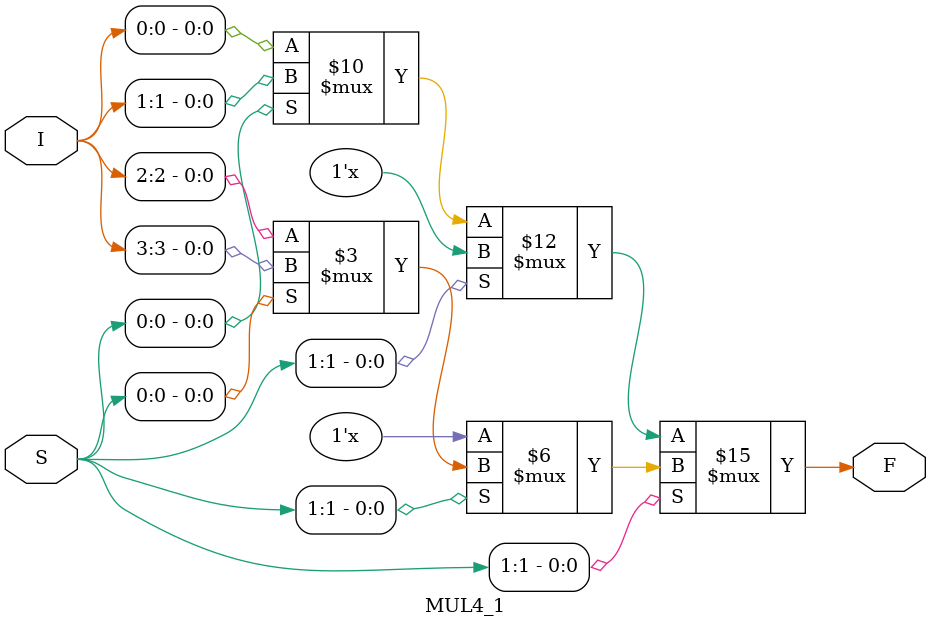
<source format=v>
module MUL4_1(I, S, F);
    input [3:0] I;
    input [1:0] S;
    output F;

    reg F;

    always @(I or S)
        case (S[1])
            1'b0:
                case (S[0])
                    1'b0 : F = I[0];
                    default : F = I[1];
                endcase
            default:
                case (S[0])
                    1'b0 : F = I[2];
                    default : F = I[3];
                endcase
        endcase
endmodule
</source>
